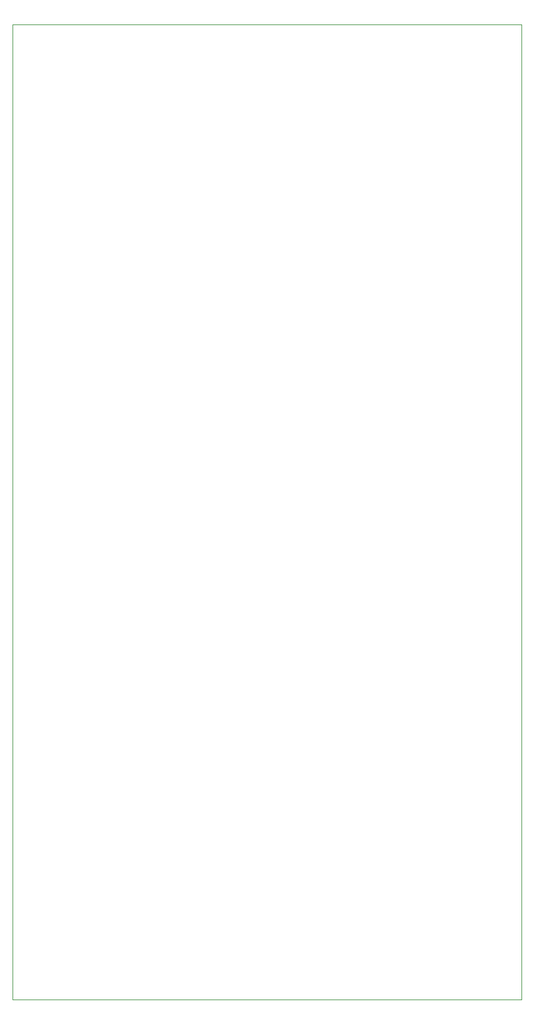
<source format=gbr>
G04 #@! TF.FileFunction,Profile,NP*
%FSLAX46Y46*%
G04 Gerber Fmt 4.6, Leading zero omitted, Abs format (unit mm)*
G04 Created by KiCad (PCBNEW 0.201511171411+6319~30~ubuntu15.04.1-product) date Wed 18 Nov 2015 02:30:17 PM CET*
%MOMM*%
G01*
G04 APERTURE LIST*
%ADD10C,0.100000*%
%ADD11C,0.025400*%
G04 APERTURE END LIST*
D10*
D11*
X174625000Y-157353000D02*
X171221400Y-157353000D01*
X174625000Y-25781000D02*
X174625000Y-157353000D01*
X171246800Y-25781000D02*
X174625000Y-25781000D01*
X105943400Y-25781000D02*
X106337100Y-25781000D01*
X105943400Y-157353000D02*
X105943400Y-25781000D01*
X171221400Y-157353000D02*
X105943400Y-157353000D01*
X106324400Y-25781000D02*
X171221400Y-25781000D01*
M02*

</source>
